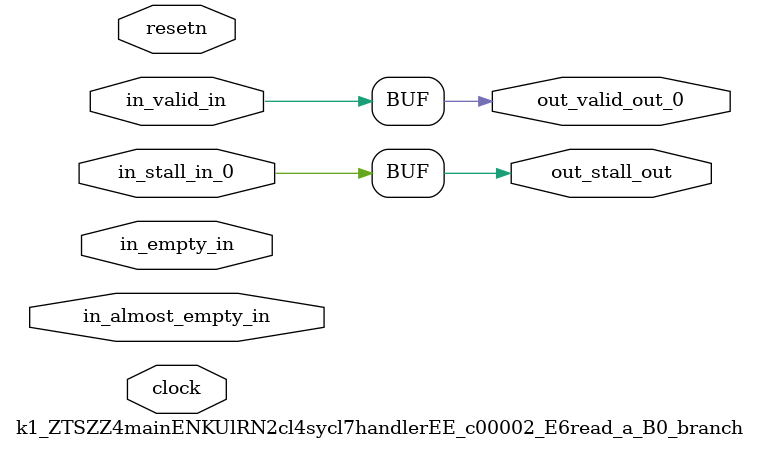
<source format=sv>



(* altera_attribute = "-name AUTO_SHIFT_REGISTER_RECOGNITION OFF; -name MESSAGE_DISABLE 10036; -name MESSAGE_DISABLE 10037; -name MESSAGE_DISABLE 14130; -name MESSAGE_DISABLE 14320; -name MESSAGE_DISABLE 15400; -name MESSAGE_DISABLE 14130; -name MESSAGE_DISABLE 10036; -name MESSAGE_DISABLE 12020; -name MESSAGE_DISABLE 12030; -name MESSAGE_DISABLE 12010; -name MESSAGE_DISABLE 12110; -name MESSAGE_DISABLE 14320; -name MESSAGE_DISABLE 13410; -name MESSAGE_DISABLE 113007; -name MESSAGE_DISABLE 10958" *)
module k1_ZTSZZ4mainENKUlRN2cl4sycl7handlerEE_c00002_E6read_a_B0_branch (
    input wire [0:0] in_almost_empty_in,
    input wire [0:0] in_empty_in,
    input wire [0:0] in_stall_in_0,
    input wire [0:0] in_valid_in,
    output wire [0:0] out_stall_out,
    output wire [0:0] out_valid_out_0,
    input wire clock,
    input wire resetn
    );

    reg [0:0] rst_sync_rst_sclrn;


    // out_stall_out(GPOUT,6)
    assign out_stall_out = in_stall_in_0;

    // out_valid_out_0(GPOUT,7)
    assign out_valid_out_0 = in_valid_in;

    // rst_sync(RESETSYNC,8)
    acl_reset_handler #(
        .ASYNC_RESET(0),
        .USE_SYNCHRONIZER(1),
        .PULSE_EXTENSION(0),
        .PIPE_DEPTH(3),
        .DUPLICATE(1)
    ) therst_sync (
        .clk(clock),
        .i_resetn(resetn),
        .o_sclrn(rst_sync_rst_sclrn)
    );

endmodule

</source>
